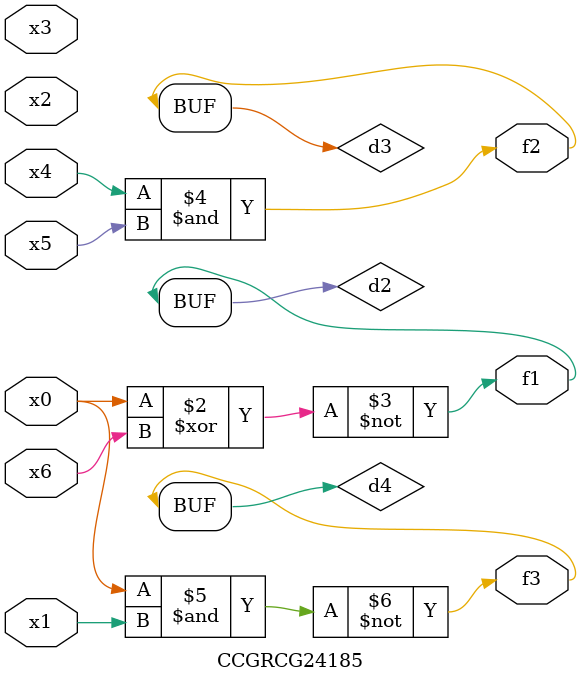
<source format=v>
module CCGRCG24185(
	input x0, x1, x2, x3, x4, x5, x6,
	output f1, f2, f3
);

	wire d1, d2, d3, d4;

	nor (d1, x0);
	xnor (d2, x0, x6);
	and (d3, x4, x5);
	nand (d4, x0, x1);
	assign f1 = d2;
	assign f2 = d3;
	assign f3 = d4;
endmodule

</source>
